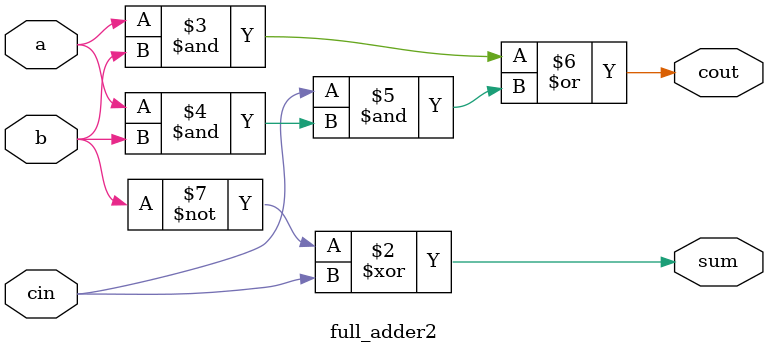
<source format=v>
module full_adder2(a,b,cin,sum,cout);
input a,b,cin;
output sum,cout;
assign sum = 1'b1^b^cin;
assign cout = a&b|cin&(a&b); 
// initial begin
//     $display("The incorrect adder with xor0 having in1/1");
// end   
endmodule
</source>
